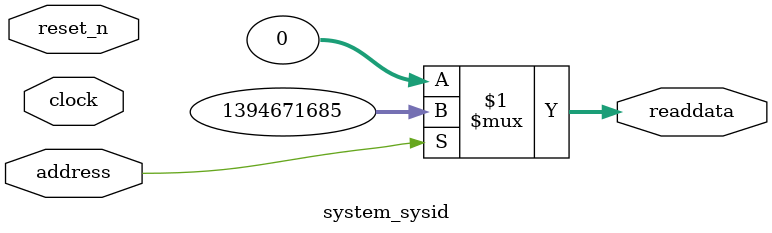
<source format=v>

`timescale 1ns / 1ps
// synthesis translate_on

// turn off superfluous verilog processor warnings 
// altera message_level Level1 
// altera message_off 10034 10035 10036 10037 10230 10240 10030 

module system_sysid (
               // inputs:
                address,
                clock,
                reset_n,

               // outputs:
                readdata
             )
;

  output  [ 31: 0] readdata;
  input            address;
  input            clock;
  input            reset_n;

  wire    [ 31: 0] readdata;
  //control_slave, which is an e_avalon_slave
  assign readdata = address ? 1394671685 : 0;

endmodule




</source>
